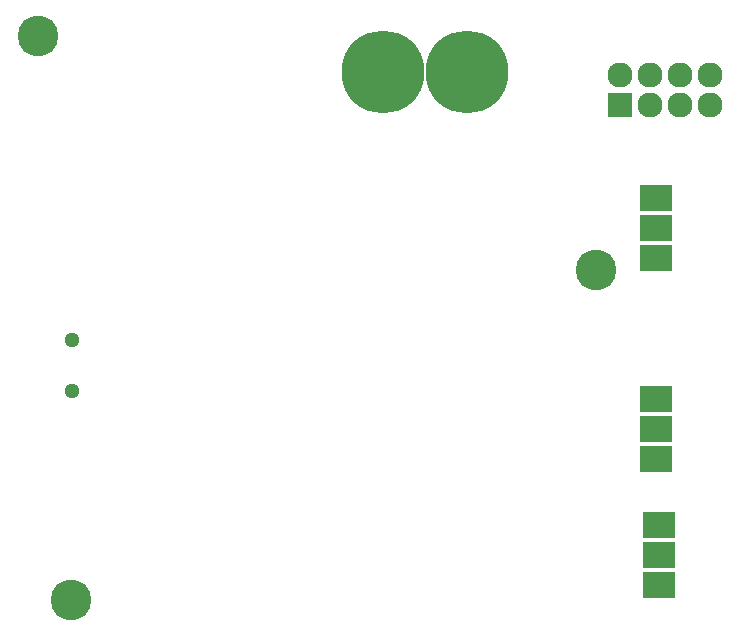
<source format=gbs>
G04 #@! TF.FileFunction,Soldermask,Bot*
%FSLAX46Y46*%
G04 Gerber Fmt 4.6, Leading zero omitted, Abs format (unit mm)*
G04 Created by KiCad (PCBNEW 4.0.6) date 06/24/17 11:55:09*
%MOMM*%
%LPD*%
G01*
G04 APERTURE LIST*
%ADD10C,0.100000*%
%ADD11C,3.448000*%
%ADD12C,1.299160*%
%ADD13R,2.686000X2.178000*%
%ADD14R,2.127200X2.127200*%
%ADD15O,2.127200X2.127200*%
%ADD16C,7.004000*%
G04 APERTURE END LIST*
D10*
D11*
X5842000Y-50546000D03*
X50292000Y-22606000D03*
D12*
X5930900Y-28534360D03*
X5930900Y-32933640D03*
D13*
X55372000Y-21590000D03*
X55372000Y-19050000D03*
X55372000Y-16510000D03*
D14*
X52324000Y-8636000D03*
D15*
X52324000Y-6096000D03*
X54864000Y-8636000D03*
X54864000Y-6096000D03*
X57404000Y-8636000D03*
X57404000Y-6096000D03*
X59944000Y-8636000D03*
X59944000Y-6096000D03*
D16*
X39395400Y-5842000D03*
X32232600Y-5842000D03*
D13*
X55372000Y-38608000D03*
X55372000Y-36068000D03*
X55372000Y-33528000D03*
X55626000Y-49276000D03*
X55626000Y-46736000D03*
X55626000Y-44196000D03*
D11*
X3048000Y-2794000D03*
M02*

</source>
